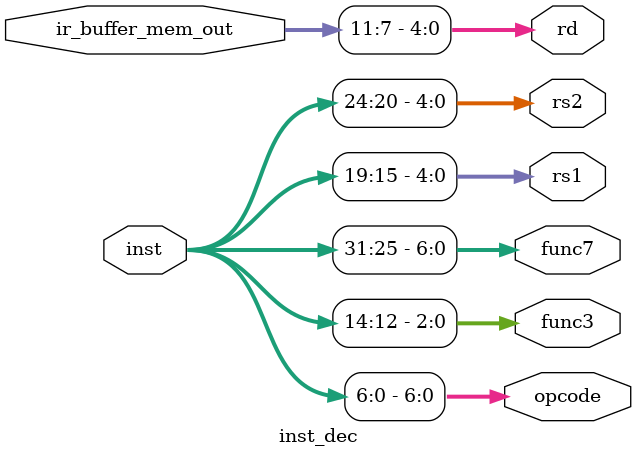
<source format=sv>
module inst_dec (
    input  logic [31:0] inst,
    input logic [31:0] ir_buffer_mem_out,
    output logic [ 6:0] opcode,
    output logic [ 2:0] func3,
    output logic [ 6:0] func7,
    output logic [ 4:0] rs1,
    output logic [ 4:0] rs2,
    output logic [ 4:0] rd
);

  //to controller
  assign opcode = inst[6:0];  //because writing is synchronous and reading is asynchronous
  assign func7 = inst[31:25];
  assign func3 = inst[14:12];

  //to register
  assign rs1 = inst[19:15];
  assign rs2 = inst[24:20];
  assign rd = ir_buffer_mem_out[11:7];


endmodule

</source>
